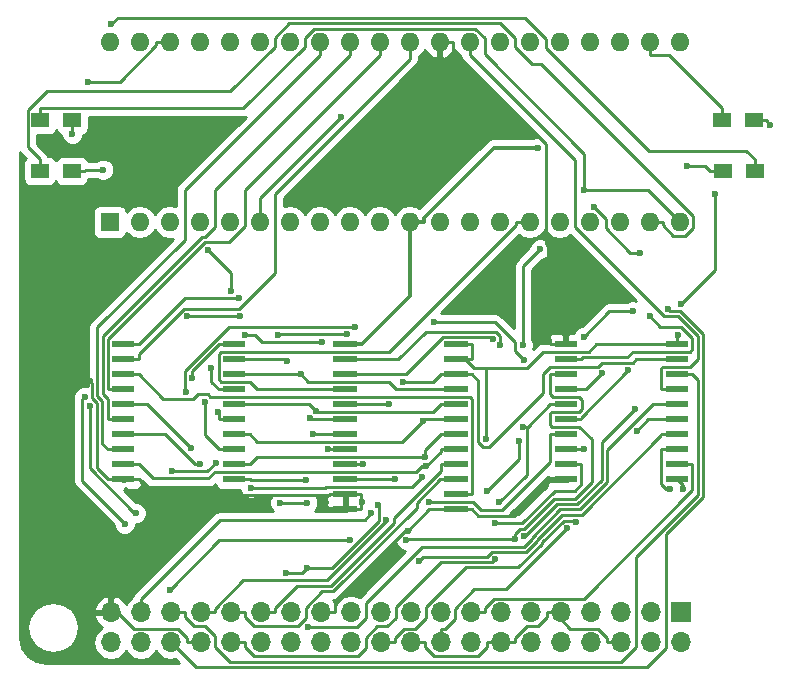
<source format=gbr>
G04 #@! TF.FileFunction,Copper,L1,Top,Signal*
%FSLAX46Y46*%
G04 Gerber Fmt 4.6, Leading zero omitted, Abs format (unit mm)*
G04 Created by KiCad (PCBNEW 4.0.7) date 08/27/18 14:38:30*
%MOMM*%
%LPD*%
G01*
G04 APERTURE LIST*
%ADD10C,0.100000*%
%ADD11R,1.700000X1.700000*%
%ADD12O,1.700000X1.700000*%
%ADD13R,1.500000X1.300000*%
%ADD14R,1.600000X1.600000*%
%ADD15O,1.600000X1.600000*%
%ADD16R,2.000000X0.600000*%
%ADD17R,1.950000X0.600000*%
%ADD18C,0.600000*%
%ADD19C,0.350000*%
%ADD20C,0.250000*%
%ADD21C,0.254000*%
G04 APERTURE END LIST*
D10*
D11*
X149454000Y-112878000D03*
D12*
X149454000Y-115418000D03*
X146914000Y-112878000D03*
X146914000Y-115418000D03*
X144374000Y-112878000D03*
X144374000Y-115418000D03*
X141834000Y-112878000D03*
X141834000Y-115418000D03*
X139294000Y-112878000D03*
X139294000Y-115418000D03*
X136754000Y-112878000D03*
X136754000Y-115418000D03*
X134214000Y-112878000D03*
X134214000Y-115418000D03*
X131674000Y-112878000D03*
X131674000Y-115418000D03*
X129134000Y-112878000D03*
X129134000Y-115418000D03*
X126594000Y-112878000D03*
X126594000Y-115418000D03*
X124054000Y-112878000D03*
X124054000Y-115418000D03*
X121514000Y-112878000D03*
X121514000Y-115418000D03*
X118974000Y-112878000D03*
X118974000Y-115418000D03*
X116434000Y-112878000D03*
X116434000Y-115418000D03*
X113894000Y-112878000D03*
X113894000Y-115418000D03*
X111354000Y-112878000D03*
X111354000Y-115418000D03*
X108814000Y-112878000D03*
X108814000Y-115418000D03*
X106274000Y-112878000D03*
X106274000Y-115418000D03*
X103734000Y-112878000D03*
X103734000Y-115418000D03*
X101194000Y-112878000D03*
X101194000Y-115418000D03*
D13*
X95170000Y-75488800D03*
X97870000Y-75488800D03*
X95220800Y-71170800D03*
X97920800Y-71170800D03*
X152980000Y-75488800D03*
X155680000Y-75488800D03*
X152955000Y-71170800D03*
X155655000Y-71170800D03*
D14*
X101079000Y-79832200D03*
D15*
X149339000Y-64592200D03*
X103619000Y-79832200D03*
X146799000Y-64592200D03*
X106159000Y-79832200D03*
X144259000Y-64592200D03*
X108699000Y-79832200D03*
X141719000Y-64592200D03*
X111239000Y-79832200D03*
X139179000Y-64592200D03*
X113779000Y-79832200D03*
X136639000Y-64592200D03*
X116319000Y-79832200D03*
X134099000Y-64592200D03*
X118859000Y-79832200D03*
X131559000Y-64592200D03*
X121399000Y-79832200D03*
X129019000Y-64592200D03*
X123939000Y-79832200D03*
X126479000Y-64592200D03*
X126479000Y-79832200D03*
X123939000Y-64592200D03*
X129019000Y-79832200D03*
X121399000Y-64592200D03*
X131559000Y-79832200D03*
X118859000Y-64592200D03*
X134099000Y-79832200D03*
X116319000Y-64592200D03*
X136639000Y-79832200D03*
X113779000Y-64592200D03*
X139179000Y-79832200D03*
X111239000Y-64592200D03*
X141719000Y-79832200D03*
X108699000Y-64592200D03*
X144259000Y-79832200D03*
X106159000Y-64592200D03*
X146799000Y-79832200D03*
X103619000Y-64592200D03*
X149339000Y-79832200D03*
X101079000Y-64592200D03*
D16*
X121030000Y-90170000D03*
X121030000Y-91440000D03*
X121030000Y-92710000D03*
X121030000Y-93980000D03*
X121030000Y-95250000D03*
X121030000Y-96520000D03*
X121030000Y-97790000D03*
X121030000Y-99060000D03*
X121030000Y-100330000D03*
X121030000Y-101600000D03*
X121030000Y-102870000D03*
X121030000Y-104140000D03*
X130430000Y-104140000D03*
X130430000Y-102870000D03*
X130430000Y-101600000D03*
X130430000Y-100330000D03*
X130430000Y-99060000D03*
X130430000Y-97790000D03*
X130430000Y-96520000D03*
X130430000Y-95250000D03*
X130430000Y-93980000D03*
X130430000Y-92710000D03*
X130430000Y-91440000D03*
X130430000Y-90170000D03*
D17*
X139700000Y-90170000D03*
X139700000Y-91440000D03*
X139700000Y-92710000D03*
X139700000Y-93980000D03*
X139700000Y-95250000D03*
X139700000Y-96520000D03*
X139700000Y-97790000D03*
X139700000Y-99060000D03*
X139700000Y-100330000D03*
X139700000Y-101600000D03*
X149100000Y-101600000D03*
X149100000Y-100330000D03*
X149100000Y-99060000D03*
X149100000Y-97790000D03*
X149100000Y-96520000D03*
X149100000Y-95250000D03*
X149100000Y-93980000D03*
X149100000Y-92710000D03*
X149100000Y-91440000D03*
X149100000Y-90170000D03*
X102234000Y-90170000D03*
X102234000Y-91440000D03*
X102234000Y-92710000D03*
X102234000Y-93980000D03*
X102234000Y-95250000D03*
X102234000Y-96520000D03*
X102234000Y-97790000D03*
X102234000Y-99060000D03*
X102234000Y-100330000D03*
X102234000Y-101600000D03*
X111634000Y-101600000D03*
X111634000Y-100330000D03*
X111634000Y-99060000D03*
X111634000Y-97790000D03*
X111634000Y-96520000D03*
X111634000Y-95250000D03*
X111634000Y-93980000D03*
X111634000Y-92710000D03*
X111634000Y-91440000D03*
X111634000Y-90170000D03*
D18*
X137384800Y-73525300D03*
X99387400Y-93314500D03*
X137937500Y-89347000D03*
X126351500Y-105945400D03*
X136785500Y-103244400D03*
X122410000Y-103505000D03*
X112122500Y-87801300D03*
X107644100Y-87801300D03*
X141245900Y-99060000D03*
X141245900Y-89533800D03*
X145384300Y-87388300D03*
X111348200Y-85644300D03*
X109392200Y-82163200D03*
X146016100Y-82412500D03*
X142079700Y-78515400D03*
X136164600Y-91542600D03*
X128539800Y-88293900D03*
X120647300Y-70961800D03*
X136068500Y-90227900D03*
X137534400Y-82096500D03*
X118293000Y-97729100D03*
X145717900Y-97494500D03*
X118026900Y-96445100D03*
X119526000Y-99060000D03*
X122551800Y-100330000D03*
X124769700Y-95250000D03*
X125228400Y-101600000D03*
X133535500Y-89747200D03*
X117734200Y-101682700D03*
X109123200Y-95028400D03*
X110253900Y-95909500D03*
X109693900Y-92214300D03*
X145005500Y-92388800D03*
X99234500Y-67939700D03*
X146799000Y-87819500D03*
X142771800Y-92637600D03*
X141262800Y-77131000D03*
X149619700Y-102402300D03*
X149966500Y-75096400D03*
X148513000Y-102453900D03*
X100534100Y-75387800D03*
X97920800Y-72326900D03*
X101217300Y-63079600D03*
X156950700Y-71582700D03*
X149240400Y-89368800D03*
X149481300Y-86720500D03*
X152355200Y-77450600D03*
X113037100Y-102322500D03*
X127487200Y-101405100D03*
X108071700Y-92997800D03*
X132926200Y-98221000D03*
X127579400Y-96658700D03*
X127740800Y-99685500D03*
X127849700Y-100507300D03*
X136079000Y-97147600D03*
X134028500Y-103555700D03*
X135373800Y-106637500D03*
X126201300Y-106747100D03*
X121883300Y-88677500D03*
X107560600Y-94171500D03*
X136174200Y-106414900D03*
X145530900Y-95613800D03*
X116095900Y-91546300D03*
X117806800Y-109115000D03*
X123774200Y-103766900D03*
X115995600Y-109530300D03*
X112019200Y-86269600D03*
X135746500Y-98388300D03*
X133024200Y-102611500D03*
X139822800Y-105766000D03*
X115373300Y-89367300D03*
X121176000Y-89305000D03*
X112544700Y-89353600D03*
X119017900Y-90014600D03*
X140547400Y-105212600D03*
X115513400Y-103581400D03*
X117816900Y-103581400D03*
X110074900Y-100191900D03*
X106365800Y-100887500D03*
X117274500Y-92729600D03*
X118544400Y-95830600D03*
X108761100Y-100305800D03*
X107988000Y-98993300D03*
X133684000Y-105339200D03*
X133684000Y-108388600D03*
X102349200Y-105350400D03*
X98953700Y-94628900D03*
X103306600Y-104475900D03*
X99386300Y-95420400D03*
X128079000Y-103495400D03*
X124507900Y-105053800D03*
X148350900Y-87164400D03*
X123248400Y-104469300D03*
X117911700Y-114097600D03*
X127293500Y-108498700D03*
X121403600Y-106753200D03*
X106151500Y-110948900D03*
X125888300Y-93351600D03*
X134160900Y-90258400D03*
D19*
X126479000Y-79832200D02*
X127654300Y-79832200D01*
X121030000Y-90170000D02*
X122405300Y-90170000D01*
X126479000Y-79832200D02*
X126479000Y-81007500D01*
X127654300Y-79464900D02*
X127654300Y-79832200D01*
X133593900Y-73525300D02*
X127654300Y-79464900D01*
X137384800Y-73525300D02*
X133593900Y-73525300D01*
X126479000Y-86096300D02*
X126479000Y-81007500D01*
X122405300Y-90170000D02*
X126479000Y-86096300D01*
D20*
X102234000Y-101600000D02*
X100933700Y-101600000D01*
X121030000Y-104140000D02*
X122355300Y-104140000D01*
X121030000Y-102870000D02*
X122355300Y-102870000D01*
X139700000Y-90170000D02*
X138399700Y-90170000D01*
X129019000Y-64592200D02*
X130144300Y-64592200D01*
X121030000Y-102870000D02*
X119704700Y-102870000D01*
X137937500Y-89347000D02*
X138010200Y-89347000D01*
X138399700Y-89736500D02*
X138399700Y-90170000D01*
X138010200Y-89347000D02*
X138399700Y-89736500D01*
X102234000Y-101600000D02*
X103534300Y-101600000D01*
X119626900Y-102947800D02*
X104882100Y-102947800D01*
X119704700Y-102870000D02*
X119626900Y-102947800D01*
X104882100Y-102947800D02*
X103534300Y-101600000D01*
X101194000Y-112878000D02*
X101194000Y-112290300D01*
X101194000Y-112290300D02*
X101194000Y-111702700D01*
X107638700Y-115050600D02*
X107638700Y-115418000D01*
X106830800Y-114242700D02*
X107638700Y-115050600D01*
X103146400Y-114242700D02*
X106830800Y-114242700D01*
X101194000Y-112290300D02*
X103146400Y-114242700D01*
X108814000Y-115418000D02*
X107638700Y-115418000D01*
X138118700Y-113245400D02*
X138118700Y-112878000D01*
X137310800Y-114053300D02*
X138118700Y-113245400D01*
X136386600Y-114053300D02*
X137310800Y-114053300D01*
X135389300Y-115050600D02*
X136386600Y-114053300D01*
X135389300Y-115418000D02*
X135389300Y-115050600D01*
X134214000Y-115418000D02*
X135389300Y-115418000D01*
X139294000Y-112878000D02*
X138706400Y-112878000D01*
X138706400Y-112878000D02*
X138118700Y-112878000D01*
X143198700Y-115050600D02*
X143198700Y-115418000D01*
X142390800Y-114242700D02*
X143198700Y-115050600D01*
X140071100Y-114242700D02*
X142390800Y-114242700D01*
X138706400Y-112878000D02*
X140071100Y-114242700D01*
X144374000Y-115418000D02*
X143198700Y-115418000D01*
X118974000Y-112878000D02*
X120149300Y-112878000D01*
X126103900Y-105945400D02*
X126351500Y-105945400D01*
X120149300Y-111900000D02*
X126103900Y-105945400D01*
X120149300Y-112878000D02*
X120149300Y-111900000D01*
X128156900Y-104140000D02*
X130430000Y-104140000D01*
X126351500Y-105945400D02*
X128156900Y-104140000D01*
X130430000Y-104140000D02*
X131755300Y-104140000D01*
X135341400Y-104688500D02*
X136785500Y-103244400D01*
X132303800Y-104688500D02*
X135341400Y-104688500D01*
X131755300Y-104140000D02*
X132303800Y-104688500D01*
X138399700Y-101630200D02*
X136785500Y-103244400D01*
X138399700Y-101600000D02*
X138399700Y-101630200D01*
X139700000Y-101600000D02*
X138399700Y-101600000D01*
X104882100Y-108014600D02*
X101194000Y-111702700D01*
X104882100Y-102947800D02*
X104882100Y-108014600D01*
X130144300Y-65318800D02*
X130144300Y-64592200D01*
X138010200Y-73184700D02*
X130144300Y-65318800D01*
X138010200Y-81687900D02*
X138010200Y-73184700D01*
X138159700Y-81837400D02*
X138010200Y-81687900D01*
X138159700Y-89197500D02*
X138159700Y-81837400D01*
X138010200Y-89347000D02*
X138159700Y-89197500D01*
X99579000Y-93506100D02*
X99387400Y-93314500D01*
X99579000Y-94728700D02*
X99579000Y-93506100D01*
X100011600Y-95161300D02*
X99579000Y-94728700D01*
X100011600Y-100677900D02*
X100011600Y-95161300D01*
X100933700Y-101600000D02*
X100011600Y-100677900D01*
X122355300Y-102870000D02*
X122355300Y-103505000D01*
X122355300Y-103505000D02*
X122355300Y-104140000D01*
X122355300Y-103505000D02*
X122410000Y-103505000D01*
X133038700Y-115785400D02*
X133038700Y-115418000D01*
X132230800Y-116593300D02*
X133038700Y-115785400D01*
X128577300Y-116593300D02*
X132230800Y-116593300D01*
X127769300Y-115785300D02*
X128577300Y-116593300D01*
X127769300Y-115418000D02*
X127769300Y-115785300D01*
X126594000Y-115418000D02*
X127769300Y-115418000D01*
X134214000Y-115418000D02*
X133038700Y-115418000D01*
X112122500Y-87801300D02*
X107644100Y-87801300D01*
X139700000Y-99060000D02*
X141000300Y-99060000D01*
X143391400Y-87388300D02*
X141245900Y-89533800D01*
X145384300Y-87388300D02*
X143391400Y-87388300D01*
X141000300Y-99060000D02*
X141245900Y-99060000D01*
X111348200Y-84119200D02*
X109392200Y-82163200D01*
X111348200Y-85644300D02*
X111348200Y-84119200D01*
X145177100Y-82412500D02*
X146016100Y-82412500D01*
X143133600Y-80369000D02*
X145177100Y-82412500D01*
X143133600Y-79569300D02*
X143133600Y-80369000D01*
X142079700Y-78515400D02*
X143133600Y-79569300D01*
X133717900Y-88293900D02*
X128539800Y-88293900D01*
X135404300Y-89980300D02*
X133717900Y-88293900D01*
X135404300Y-90782300D02*
X135404300Y-89980300D01*
X136164600Y-91542600D02*
X135404300Y-90782300D01*
X113779000Y-77830100D02*
X113779000Y-79832200D01*
X120647300Y-70961800D02*
X113779000Y-77830100D01*
X136068500Y-83562400D02*
X137534400Y-82096500D01*
X136068500Y-90227900D02*
X136068500Y-83562400D01*
X118353900Y-97790000D02*
X118293000Y-97729100D01*
X121030000Y-97790000D02*
X118353900Y-97790000D01*
X146692400Y-96520000D02*
X145717900Y-97494500D01*
X149100000Y-96520000D02*
X146692400Y-96520000D01*
X118101800Y-96520000D02*
X118026900Y-96445100D01*
X121030000Y-96520000D02*
X118101800Y-96520000D01*
X149100000Y-93980000D02*
X147799700Y-93980000D01*
X131559000Y-64592200D02*
X131559000Y-65717500D01*
X140449000Y-74607500D02*
X131559000Y-65717500D01*
X140449000Y-80216300D02*
X140449000Y-74607500D01*
X148029000Y-87796300D02*
X140449000Y-80216300D01*
X149216800Y-87796300D02*
X148029000Y-87796300D01*
X150857800Y-89437300D02*
X149216800Y-87796300D01*
X150857800Y-91426400D02*
X150857800Y-89437300D01*
X150199600Y-92084600D02*
X150857800Y-91426400D01*
X147926400Y-92084600D02*
X150199600Y-92084600D01*
X147799700Y-92211300D02*
X147926400Y-92084600D01*
X147799700Y-93980000D02*
X147799700Y-92211300D01*
X121030000Y-99060000D02*
X119526000Y-99060000D01*
X121030000Y-100330000D02*
X122355300Y-100330000D01*
X122355300Y-100330000D02*
X122551800Y-100330000D01*
X102234000Y-91440000D02*
X103534300Y-91440000D01*
X126479000Y-64592200D02*
X126479000Y-65717500D01*
X126479000Y-66014500D02*
X126479000Y-65717500D01*
X115049000Y-77444500D02*
X126479000Y-66014500D01*
X115049000Y-84124200D02*
X115049000Y-77444500D01*
X111997300Y-87175900D02*
X115049000Y-84124200D01*
X107351700Y-87175900D02*
X111997300Y-87175900D01*
X103534300Y-90993300D02*
X107351700Y-87175900D01*
X103534300Y-91440000D02*
X103534300Y-90993300D01*
X102234000Y-93980000D02*
X100933700Y-93980000D01*
X123939000Y-64592200D02*
X123939000Y-65717500D01*
X112509000Y-77147500D02*
X123939000Y-65717500D01*
X112509000Y-80154700D02*
X112509000Y-77147500D01*
X111157200Y-81506500D02*
X112509000Y-80154700D01*
X109133200Y-81506500D02*
X111157200Y-81506500D01*
X100933700Y-89706000D02*
X109133200Y-81506500D01*
X100933700Y-93980000D02*
X100933700Y-89706000D01*
X121030000Y-95250000D02*
X124769700Y-95250000D01*
X109969000Y-77147500D02*
X121399000Y-65717500D01*
X109969000Y-80201200D02*
X109969000Y-77147500D01*
X109114100Y-81056100D02*
X109969000Y-80201200D01*
X108877400Y-81056100D02*
X109114100Y-81056100D01*
X100479700Y-89453800D02*
X108877400Y-81056100D01*
X100479700Y-94355600D02*
X100479700Y-89453800D01*
X100933700Y-94809600D02*
X100479700Y-94355600D01*
X100933700Y-96520000D02*
X100933700Y-94809600D01*
X102234000Y-96520000D02*
X100933700Y-96520000D01*
X121399000Y-64592200D02*
X121399000Y-65717500D01*
X121030000Y-101600000D02*
X122355300Y-101600000D01*
X122355300Y-101600000D02*
X125228400Y-101600000D01*
X118859000Y-64592200D02*
X118859000Y-65717500D01*
X102234000Y-99060000D02*
X100933700Y-99060000D01*
X107429000Y-77147500D02*
X118859000Y-65717500D01*
X107429000Y-81304400D02*
X107429000Y-77147500D01*
X100029300Y-88704100D02*
X107429000Y-81304400D01*
X100029300Y-94542100D02*
X100029300Y-88704100D01*
X100461900Y-94974700D02*
X100029300Y-94542100D01*
X100461900Y-98588200D02*
X100461900Y-94974700D01*
X100933700Y-99060000D02*
X100461900Y-98588200D01*
X133332900Y-89544600D02*
X133535500Y-89747200D01*
X129295300Y-89544600D02*
X133332900Y-89544600D01*
X126129900Y-92710000D02*
X129295300Y-89544600D01*
X121030000Y-92710000D02*
X126129900Y-92710000D01*
X113017000Y-101682700D02*
X112934300Y-101600000D01*
X117734200Y-101682700D02*
X113017000Y-101682700D01*
X111634000Y-101600000D02*
X112934300Y-101600000D01*
X136639000Y-79832200D02*
X135513700Y-79832200D01*
X113567400Y-93980000D02*
X121030000Y-93980000D01*
X112942000Y-93354600D02*
X113567400Y-93980000D01*
X110537500Y-93354600D02*
X112942000Y-93354600D01*
X110333600Y-93150700D02*
X110537500Y-93354600D01*
X110333600Y-90960600D02*
X110333600Y-93150700D01*
X110479600Y-90814600D02*
X110333600Y-90960600D01*
X124749000Y-90814600D02*
X110479600Y-90814600D01*
X135513700Y-80049900D02*
X124749000Y-90814600D01*
X135513700Y-79832200D02*
X135513700Y-80049900D01*
X109123200Y-97849500D02*
X109123200Y-95028400D01*
X110333700Y-99060000D02*
X109123200Y-97849500D01*
X111634000Y-99060000D02*
X110333700Y-99060000D01*
X110333700Y-95989300D02*
X110253900Y-95909500D01*
X110333700Y-96520000D02*
X110333700Y-95989300D01*
X111634000Y-96520000D02*
X110333700Y-96520000D01*
X111634000Y-93980000D02*
X110333700Y-93980000D01*
X109693900Y-93340200D02*
X109693900Y-92214300D01*
X110333700Y-93980000D02*
X109693900Y-93340200D01*
X139700000Y-96520000D02*
X141000300Y-96520000D01*
X141000300Y-96394000D02*
X145005500Y-92388800D01*
X141000300Y-96520000D02*
X141000300Y-96394000D01*
X105033700Y-64873500D02*
X105033700Y-64592200D01*
X101967500Y-67939700D02*
X105033700Y-64873500D01*
X99234500Y-67939700D02*
X101967500Y-67939700D01*
X106159000Y-64592200D02*
X105033700Y-64592200D01*
X146799000Y-79832200D02*
X147924300Y-79832200D01*
X95170000Y-75488800D02*
X95170000Y-74513500D01*
X94145400Y-73488900D02*
X95170000Y-74513500D01*
X94145400Y-70320600D02*
X94145400Y-73488900D01*
X95745600Y-68720400D02*
X94145400Y-70320600D01*
X111312200Y-68720400D02*
X95745600Y-68720400D01*
X115049000Y-64983600D02*
X111312200Y-68720400D01*
X115049000Y-64249400D02*
X115049000Y-64983600D01*
X116299800Y-62998600D02*
X115049000Y-64249400D01*
X134144300Y-62998600D02*
X116299800Y-62998600D01*
X135369000Y-64223300D02*
X134144300Y-62998600D01*
X135369000Y-64980000D02*
X135369000Y-64223300D01*
X136838800Y-66449800D02*
X135369000Y-64980000D01*
X137600900Y-66449800D02*
X136838800Y-66449800D01*
X150489100Y-79338000D02*
X137600900Y-66449800D01*
X150489100Y-80302200D02*
X150489100Y-79338000D01*
X149814600Y-80976700D02*
X150489100Y-80302200D01*
X148787500Y-80976700D02*
X149814600Y-80976700D01*
X147924300Y-80113500D02*
X148787500Y-80976700D01*
X147924300Y-79832200D02*
X147924300Y-80113500D01*
X139700000Y-91440000D02*
X141000300Y-91440000D01*
X147681700Y-88702200D02*
X146799000Y-87819500D01*
X149458400Y-88702200D02*
X147681700Y-88702200D01*
X150407400Y-89651200D02*
X149458400Y-88702200D01*
X150407400Y-90609600D02*
X150407400Y-89651200D01*
X150202400Y-90814600D02*
X150407400Y-90609600D01*
X145362700Y-90814600D02*
X150202400Y-90814600D01*
X144906800Y-91270500D02*
X145362700Y-90814600D01*
X141169800Y-91270500D02*
X144906800Y-91270500D01*
X141000300Y-91440000D02*
X141169800Y-91270500D01*
X95220800Y-71170800D02*
X95220800Y-70195500D01*
X146637800Y-77131000D02*
X149339000Y-79832200D01*
X141262800Y-77131000D02*
X146637800Y-77131000D01*
X112377800Y-70195500D02*
X95220800Y-70195500D01*
X117589000Y-64984300D02*
X112377800Y-70195500D01*
X117589000Y-64251100D02*
X117589000Y-64984300D01*
X118391200Y-63448900D02*
X117589000Y-64251100D01*
X132010300Y-63448900D02*
X118391200Y-63448900D01*
X132829000Y-64267600D02*
X132010300Y-63448900D01*
X132829000Y-65632200D02*
X132829000Y-64267600D01*
X141262800Y-74066000D02*
X132829000Y-65632200D01*
X141262800Y-77131000D02*
X141262800Y-74066000D01*
X141429400Y-93980000D02*
X142771800Y-92637600D01*
X139700000Y-93980000D02*
X141429400Y-93980000D01*
X149619700Y-102119700D02*
X149619700Y-102402300D01*
X149100000Y-101600000D02*
X149619700Y-102119700D01*
X151512300Y-75096400D02*
X151904700Y-75488800D01*
X149966500Y-75096400D02*
X151512300Y-75096400D01*
X152980000Y-75488800D02*
X151904700Y-75488800D01*
X148217100Y-102453900D02*
X148513000Y-102453900D01*
X147799700Y-102036500D02*
X148217100Y-102453900D01*
X147799700Y-99060000D02*
X147799700Y-102036500D01*
X149100000Y-99060000D02*
X147799700Y-99060000D01*
X148477000Y-65717500D02*
X152955000Y-70195500D01*
X146799000Y-65717500D02*
X148477000Y-65717500D01*
X146799000Y-64592200D02*
X146799000Y-65717500D01*
X152955000Y-71170800D02*
X152955000Y-70195500D01*
X99046300Y-75387800D02*
X98945300Y-75488800D01*
X100534100Y-75387800D02*
X99046300Y-75387800D01*
X97870000Y-75488800D02*
X98945300Y-75488800D01*
X97920800Y-72326900D02*
X97920800Y-71170800D01*
X155680000Y-75488800D02*
X155680000Y-74513500D01*
X101748600Y-62548300D02*
X101217300Y-63079600D01*
X136256400Y-62548300D02*
X101748600Y-62548300D01*
X138053600Y-64345500D02*
X136256400Y-62548300D01*
X138053600Y-65102600D02*
X138053600Y-64345500D01*
X146783700Y-73832700D02*
X138053600Y-65102600D01*
X154999200Y-73832700D02*
X146783700Y-73832700D01*
X155680000Y-74513500D02*
X154999200Y-73832700D01*
X155655000Y-71170800D02*
X156730300Y-71170800D01*
X156730300Y-71362300D02*
X156730300Y-71170800D01*
X156950700Y-71582700D02*
X156730300Y-71362300D01*
X126647700Y-102244600D02*
X127487200Y-101405100D01*
X119361300Y-102244600D02*
X126647700Y-102244600D01*
X119283400Y-102322500D02*
X119361300Y-102244600D01*
X113037100Y-102322500D02*
X119283400Y-102322500D01*
X111634000Y-90170000D02*
X110333700Y-90170000D01*
X152355200Y-83846600D02*
X149481300Y-86720500D01*
X152355200Y-77450600D02*
X152355200Y-83846600D01*
X149100000Y-89509200D02*
X149240400Y-89368800D01*
X149100000Y-90170000D02*
X149100000Y-89509200D01*
X131755300Y-90170000D02*
X131755300Y-91440000D01*
X130430000Y-90170000D02*
X131755300Y-90170000D01*
X130430000Y-91440000D02*
X131207800Y-91440000D01*
X131207800Y-91440000D02*
X131755300Y-91440000D01*
X131960800Y-92193000D02*
X132926200Y-92193000D01*
X131207800Y-91440000D02*
X131960800Y-92193000D01*
X132926200Y-92193000D02*
X132926200Y-98221000D01*
X142296900Y-90170000D02*
X149100000Y-90170000D01*
X141663800Y-90803100D02*
X142296900Y-90170000D01*
X137788500Y-90803100D02*
X141663800Y-90803100D01*
X136398600Y-92193000D02*
X137788500Y-90803100D01*
X132926200Y-92193000D02*
X136398600Y-92193000D01*
X108071700Y-92432000D02*
X108071700Y-92997800D01*
X110333700Y-90170000D02*
X108071700Y-92432000D01*
X111634000Y-97790000D02*
X112934300Y-97790000D01*
X127718100Y-96520000D02*
X127579400Y-96658700D01*
X130430000Y-96520000D02*
X127718100Y-96520000D01*
X113559600Y-98415300D02*
X112934300Y-97790000D01*
X125822800Y-98415300D02*
X113559600Y-98415300D01*
X127579400Y-96658700D02*
X125822800Y-98415300D01*
X130430000Y-97790000D02*
X129104700Y-97790000D01*
X127740800Y-99153900D02*
X129104700Y-97790000D01*
X127740800Y-99685500D02*
X127740800Y-99153900D01*
X113578800Y-99685500D02*
X127740800Y-99685500D01*
X112934300Y-100330000D02*
X113578800Y-99685500D01*
X111634000Y-100330000D02*
X112934300Y-100330000D01*
X130430000Y-99060000D02*
X129104700Y-99060000D01*
X127484900Y-100507300D02*
X127849700Y-100507300D01*
X127017600Y-100974600D02*
X127484900Y-100507300D01*
X109972000Y-100974600D02*
X127017600Y-100974600D01*
X109430200Y-101516400D02*
X109972000Y-100974600D01*
X104720700Y-101516400D02*
X109430200Y-101516400D01*
X103534300Y-100330000D02*
X104720700Y-101516400D01*
X129104700Y-99252300D02*
X129104700Y-99060000D01*
X127849700Y-100507300D02*
X129104700Y-99252300D01*
X102234000Y-100330000D02*
X103534300Y-100330000D01*
X139700000Y-95250000D02*
X138399700Y-95250000D01*
X136379400Y-97147600D02*
X136079000Y-97147600D01*
X136502100Y-97147600D02*
X136379400Y-97147600D01*
X138399700Y-95250000D02*
X136502100Y-97147600D01*
X136379400Y-101204800D02*
X134028500Y-103555700D01*
X136379400Y-97147600D02*
X136379400Y-101204800D01*
X139700000Y-92710000D02*
X138399700Y-92710000D01*
X138399700Y-94414800D02*
X138399700Y-92710000D01*
X138590300Y-94605400D02*
X138399700Y-94414800D01*
X140797200Y-94605400D02*
X138590300Y-94605400D01*
X141062700Y-94870900D02*
X140797200Y-94605400D01*
X141062700Y-95622400D02*
X141062700Y-94870900D01*
X140798100Y-95887000D02*
X141062700Y-95622400D01*
X138528700Y-95887000D02*
X140798100Y-95887000D01*
X138399600Y-96016100D02*
X138528700Y-95887000D01*
X138399600Y-97004300D02*
X138399600Y-96016100D01*
X138540700Y-97145400D02*
X138399600Y-97004300D01*
X140835700Y-97145400D02*
X138540700Y-97145400D01*
X141918800Y-98228500D02*
X140835700Y-97145400D01*
X141918800Y-101806600D02*
X141918800Y-98228500D01*
X140489100Y-103236300D02*
X141918800Y-101806600D01*
X138739600Y-103236300D02*
X140489100Y-103236300D01*
X136186400Y-105789500D02*
X138739600Y-103236300D01*
X135837600Y-105789500D02*
X136186400Y-105789500D01*
X135373800Y-106253300D02*
X135837600Y-105789500D01*
X135373800Y-106637500D02*
X135373800Y-106253300D01*
X126310900Y-106637500D02*
X126201300Y-106747100D01*
X135373800Y-106637500D02*
X126310900Y-106637500D01*
X107446400Y-94057300D02*
X107560600Y-94171500D01*
X107446400Y-92409800D02*
X107446400Y-94057300D01*
X111178700Y-88677500D02*
X107446400Y-92409800D01*
X121883300Y-88677500D02*
X111178700Y-88677500D01*
X136228000Y-106414900D02*
X136174200Y-106414900D01*
X138956300Y-103686600D02*
X136228000Y-106414900D01*
X140677200Y-103686600D02*
X138956300Y-103686600D01*
X142731500Y-101632300D02*
X140677200Y-103686600D01*
X142731500Y-98413200D02*
X142731500Y-101632300D01*
X145530900Y-95613800D02*
X142731500Y-98413200D01*
X115989600Y-91440000D02*
X116095900Y-91546300D01*
X111634000Y-91440000D02*
X115989600Y-91440000D01*
X117391500Y-109530300D02*
X117806800Y-109115000D01*
X115995600Y-109530300D02*
X117391500Y-109530300D01*
X102234000Y-90170000D02*
X103534300Y-90170000D01*
X123882600Y-103875300D02*
X123774200Y-103766900D01*
X123882600Y-105158600D02*
X123882600Y-103875300D01*
X119926200Y-109115000D02*
X123882600Y-105158600D01*
X117806800Y-109115000D02*
X119926200Y-109115000D01*
X107434700Y-86269600D02*
X112019200Y-86269600D01*
X103534300Y-90170000D02*
X107434700Y-86269600D01*
X132849300Y-112510600D02*
X132849300Y-112878000D01*
X133657200Y-111702700D02*
X132849300Y-112510600D01*
X141206800Y-111702700D02*
X133657200Y-111702700D01*
X150400300Y-102509200D02*
X141206800Y-111702700D01*
X150400300Y-100330000D02*
X150400300Y-102509200D01*
X149100000Y-100330000D02*
X150400300Y-100330000D01*
X131674000Y-112878000D02*
X132849300Y-112878000D01*
X135746500Y-99889200D02*
X133024200Y-102611500D01*
X135746500Y-98388300D02*
X135746500Y-99889200D01*
X129134000Y-115418000D02*
X129134000Y-114242700D01*
X129501400Y-114242700D02*
X129134000Y-114242700D01*
X130309300Y-113434800D02*
X129501400Y-114242700D01*
X130309300Y-112561800D02*
X130309300Y-113434800D01*
X131954100Y-110917000D02*
X130309300Y-112561800D01*
X134671800Y-110917000D02*
X131954100Y-110917000D01*
X139822800Y-105766000D02*
X134671800Y-110917000D01*
X115435600Y-89305000D02*
X115373300Y-89367300D01*
X121176000Y-89305000D02*
X115435600Y-89305000D01*
X113355300Y-89353600D02*
X112544700Y-89353600D01*
X114016300Y-90014600D02*
X113355300Y-89353600D01*
X119017900Y-90014600D02*
X114016300Y-90014600D01*
X124054000Y-115418000D02*
X125229300Y-115418000D01*
X140435700Y-105100900D02*
X140547400Y-105212600D01*
X139544500Y-105100900D02*
X140435700Y-105100900D01*
X137700100Y-106945300D02*
X139544500Y-105100900D01*
X137700100Y-107047200D02*
X137700100Y-106945300D01*
X135683200Y-109064100D02*
X137700100Y-107047200D01*
X131247600Y-109064100D02*
X135683200Y-109064100D01*
X127864000Y-112447700D02*
X131247600Y-109064100D01*
X127864000Y-113333400D02*
X127864000Y-112447700D01*
X126954700Y-114242700D02*
X127864000Y-113333400D01*
X126037200Y-114242700D02*
X126954700Y-114242700D01*
X125229300Y-115050600D02*
X126037200Y-114242700D01*
X125229300Y-115418000D02*
X125229300Y-115050600D01*
X115513400Y-103581400D02*
X117816900Y-103581400D01*
X109334000Y-100932800D02*
X110074900Y-100191900D01*
X106411100Y-100932800D02*
X109334000Y-100932800D01*
X106365800Y-100887500D02*
X106411100Y-100932800D01*
X130430000Y-93980000D02*
X129104700Y-93980000D01*
X111634000Y-92710000D02*
X112934300Y-92710000D01*
X117254900Y-92710000D02*
X117274500Y-92729600D01*
X112934300Y-92710000D02*
X117254900Y-92710000D01*
X117880200Y-93335300D02*
X117274500Y-92729600D01*
X124702700Y-93335300D02*
X117880200Y-93335300D01*
X125347400Y-93980000D02*
X124702700Y-93335300D01*
X129104700Y-93980000D02*
X125347400Y-93980000D01*
X130430000Y-95250000D02*
X129104700Y-95250000D01*
X111634000Y-95250000D02*
X112934300Y-95250000D01*
X117963800Y-95250000D02*
X112934300Y-95250000D01*
X118544400Y-95830600D02*
X117963800Y-95250000D01*
X118589100Y-95875300D02*
X118544400Y-95830600D01*
X128479400Y-95875300D02*
X118589100Y-95875300D01*
X129104700Y-95250000D02*
X128479400Y-95875300D01*
X102234000Y-97790000D02*
X103534300Y-97790000D01*
X108278100Y-100305800D02*
X108761100Y-100305800D01*
X105762300Y-97790000D02*
X108278100Y-100305800D01*
X103534300Y-97790000D02*
X105762300Y-97790000D01*
X115069300Y-112510700D02*
X115069300Y-112878000D01*
X116974000Y-110606000D02*
X115069300Y-112510700D01*
X119841700Y-110606000D02*
X116974000Y-110606000D01*
X125133300Y-105314400D02*
X119841700Y-110606000D01*
X125133300Y-104896400D02*
X125133300Y-105314400D01*
X129104700Y-100925000D02*
X125133300Y-104896400D01*
X129104700Y-100330000D02*
X129104700Y-100925000D01*
X130430000Y-100330000D02*
X129104700Y-100330000D01*
X113894000Y-112878000D02*
X115069300Y-112878000D01*
X104244700Y-95250000D02*
X107988000Y-98993300D01*
X102234000Y-95250000D02*
X104244700Y-95250000D01*
X130430000Y-101600000D02*
X129104700Y-101600000D01*
X111354000Y-112878000D02*
X112529300Y-112878000D01*
X129090100Y-101600000D02*
X129104700Y-101600000D01*
X127092200Y-103597900D02*
X129090100Y-101600000D01*
X127092200Y-103998400D02*
X127092200Y-103597900D01*
X119999300Y-111091300D02*
X127092200Y-103998400D01*
X119096500Y-111091300D02*
X119999300Y-111091300D01*
X117704000Y-112483800D02*
X119096500Y-111091300D01*
X117704000Y-113345600D02*
X117704000Y-112483800D01*
X116996300Y-114053300D02*
X117704000Y-113345600D01*
X113337200Y-114053300D02*
X116996300Y-114053300D01*
X112529300Y-113245400D02*
X113337200Y-114053300D01*
X112529300Y-112878000D02*
X112529300Y-113245400D01*
X112529300Y-115785400D02*
X112529300Y-115418000D01*
X113337200Y-116593300D02*
X112529300Y-115785400D01*
X122097400Y-116593300D02*
X113337200Y-116593300D01*
X122784000Y-115906700D02*
X122097400Y-116593300D01*
X122784000Y-115023700D02*
X122784000Y-115906700D01*
X123754400Y-114053300D02*
X122784000Y-115023700D01*
X124588400Y-114053300D02*
X123754400Y-114053300D01*
X125290600Y-113351100D02*
X124588400Y-114053300D01*
X125290600Y-112447900D02*
X125290600Y-113351100D01*
X129124700Y-108613800D02*
X125290600Y-112447900D01*
X133458800Y-108613800D02*
X129124700Y-108613800D01*
X133684000Y-108388600D02*
X133458800Y-108613800D01*
X111354000Y-115418000D02*
X112529300Y-115418000D01*
X135999800Y-105339200D02*
X133684000Y-105339200D01*
X138778100Y-102560900D02*
X135999800Y-105339200D01*
X140474200Y-102560900D02*
X138778100Y-102560900D01*
X141000300Y-102034800D02*
X140474200Y-102560900D01*
X141000300Y-100330000D02*
X141000300Y-102034800D01*
X139700000Y-100330000D02*
X141000300Y-100330000D01*
X98751900Y-94830700D02*
X98953700Y-94628900D01*
X98751900Y-101753100D02*
X98751900Y-94830700D01*
X102349200Y-105350400D02*
X98751900Y-101753100D01*
X99386300Y-100689500D02*
X99386300Y-95420400D01*
X103172700Y-104475900D02*
X99386300Y-100689500D01*
X103306600Y-104475900D02*
X103172700Y-104475900D01*
X108814000Y-112878000D02*
X109989300Y-112878000D01*
X139700000Y-97790000D02*
X138399700Y-97790000D01*
X131805400Y-103495400D02*
X128079000Y-103495400D01*
X132491100Y-104181100D02*
X131805400Y-103495400D01*
X134333900Y-104181100D02*
X132491100Y-104181100D01*
X138399700Y-100115300D02*
X134333900Y-104181100D01*
X138399700Y-97790000D02*
X138399700Y-100115300D01*
X124507900Y-105170200D02*
X124507900Y-105053800D01*
X119522500Y-110155600D02*
X124507900Y-105170200D01*
X112396000Y-110155600D02*
X119522500Y-110155600D01*
X109989300Y-112562300D02*
X112396000Y-110155600D01*
X109989300Y-112878000D02*
X109989300Y-112562300D01*
X149100000Y-92710000D02*
X150400300Y-92710000D01*
X106274000Y-112878000D02*
X107449300Y-112878000D01*
X150878000Y-93187700D02*
X150400300Y-92710000D01*
X150878000Y-102930200D02*
X150878000Y-93187700D01*
X145644000Y-108164200D02*
X150878000Y-102930200D01*
X145644000Y-115829600D02*
X145644000Y-108164200D01*
X144411000Y-117062600D02*
X145644000Y-115829600D01*
X111259800Y-117062600D02*
X144411000Y-117062600D01*
X109989400Y-115792200D02*
X111259800Y-117062600D01*
X109989400Y-114892400D02*
X109989400Y-115792200D01*
X109150300Y-114053300D02*
X109989400Y-114892400D01*
X108257200Y-114053300D02*
X109150300Y-114053300D01*
X107449300Y-113245400D02*
X108257200Y-114053300D01*
X107449300Y-112878000D02*
X107449300Y-113245400D01*
X148532400Y-87345900D02*
X148350900Y-87164400D01*
X149407200Y-87345900D02*
X148532400Y-87345900D01*
X151334000Y-89272700D02*
X149407200Y-87345900D01*
X151334000Y-103111200D02*
X151334000Y-89272700D01*
X148184000Y-106261200D02*
X151334000Y-103111200D01*
X148184000Y-115866500D02*
X148184000Y-106261200D01*
X146536000Y-117514500D02*
X148184000Y-115866500D01*
X108370500Y-117514500D02*
X146536000Y-117514500D01*
X106274000Y-115418000D02*
X108370500Y-117514500D01*
X110399000Y-105037700D02*
X103734000Y-111702700D01*
X122680000Y-105037700D02*
X110399000Y-105037700D01*
X123248400Y-104469300D02*
X122680000Y-105037700D01*
X103734000Y-112878000D02*
X103734000Y-111702700D01*
X121997900Y-114097600D02*
X117911700Y-114097600D01*
X122784000Y-113311500D02*
X121997900Y-114097600D01*
X122784000Y-112074100D02*
X122784000Y-113311500D01*
X127545100Y-107313000D02*
X122784000Y-112074100D01*
X136160500Y-107313000D02*
X127545100Y-107313000D01*
X136799500Y-106674000D02*
X136160500Y-107313000D01*
X136799500Y-106572100D02*
X136799500Y-106674000D01*
X139234700Y-104136900D02*
X136799500Y-106572100D01*
X140875200Y-104136900D02*
X139234700Y-104136900D01*
X143181900Y-101830200D02*
X140875200Y-104136900D01*
X143181900Y-99146200D02*
X143181900Y-101830200D01*
X147078100Y-95250000D02*
X143181900Y-99146200D01*
X149100000Y-95250000D02*
X147078100Y-95250000D01*
X110347200Y-106753200D02*
X106151500Y-110948900D01*
X121403600Y-106753200D02*
X110347200Y-106753200D01*
X149100000Y-97790000D02*
X147799700Y-97790000D01*
X127628800Y-108163400D02*
X127293500Y-108498700D01*
X133025000Y-108163400D02*
X127628800Y-108163400D01*
X133025000Y-108163300D02*
X133025000Y-108163400D01*
X133425000Y-107763300D02*
X133025000Y-108163300D01*
X136347100Y-107763300D02*
X133425000Y-107763300D01*
X137249800Y-106860600D02*
X136347100Y-107763300D01*
X137249800Y-106758700D02*
X137249800Y-106860600D01*
X139421300Y-104587200D02*
X137249800Y-106758700D01*
X141075900Y-104587200D02*
X139421300Y-104587200D01*
X147799700Y-97863400D02*
X141075900Y-104587200D01*
X147799700Y-97790000D02*
X147799700Y-97863400D01*
X130430000Y-102870000D02*
X131755300Y-102870000D01*
X102234000Y-92710000D02*
X103534300Y-92710000D01*
X105630000Y-94805700D02*
X103534300Y-92710000D01*
X108140300Y-94805700D02*
X105630000Y-94805700D01*
X108542900Y-94403100D02*
X108140300Y-94805700D01*
X109382300Y-94403100D02*
X108542900Y-94403100D01*
X109584500Y-94605300D02*
X109382300Y-94403100D01*
X131548900Y-94605300D02*
X109584500Y-94605300D01*
X131755300Y-94811700D02*
X131548900Y-94605300D01*
X131755300Y-102870000D02*
X131755300Y-94811700D01*
X130980100Y-92710000D02*
X131755300Y-92710000D01*
X132300900Y-93255600D02*
X131755300Y-92710000D01*
X132300900Y-98480000D02*
X132300900Y-93255600D01*
X132667200Y-98846300D02*
X132300900Y-98480000D01*
X133185300Y-98846300D02*
X132667200Y-98846300D01*
X137750800Y-94280800D02*
X133185300Y-98846300D01*
X137750800Y-92716900D02*
X137750800Y-94280800D01*
X138383000Y-92084700D02*
X137750800Y-92716900D01*
X142440400Y-92084700D02*
X138383000Y-92084700D01*
X142804200Y-91720900D02*
X142440400Y-92084700D01*
X145401400Y-91720900D02*
X142804200Y-91720900D01*
X145682300Y-91440000D02*
X145401400Y-91720900D01*
X149100000Y-91440000D02*
X145682300Y-91440000D01*
X130980100Y-92710000D02*
X130430000Y-92710000D01*
X128463100Y-93351600D02*
X125888300Y-93351600D01*
X129104700Y-92710000D02*
X128463100Y-93351600D01*
X130430000Y-92710000D02*
X129104700Y-92710000D01*
X134160900Y-89456100D02*
X134160900Y-90258400D01*
X133799000Y-89094200D02*
X134160900Y-89456100D01*
X127882300Y-89094200D02*
X133799000Y-89094200D01*
X125536500Y-91440000D02*
X127882300Y-89094200D01*
X121030000Y-91440000D02*
X125536500Y-91440000D01*
D21*
G36*
X106891599Y-76610099D02*
X106726852Y-76856661D01*
X106669000Y-77147500D01*
X106669000Y-78470532D01*
X106159000Y-78369087D01*
X105609849Y-78478320D01*
X105144302Y-78789389D01*
X104889000Y-79171475D01*
X104633698Y-78789389D01*
X104168151Y-78478320D01*
X103619000Y-78369087D01*
X103069849Y-78478320D01*
X102604302Y-78789389D01*
X102507899Y-78933665D01*
X102482162Y-78796883D01*
X102343090Y-78580759D01*
X102130890Y-78435769D01*
X101879000Y-78384760D01*
X100279000Y-78384760D01*
X100043683Y-78429038D01*
X99827559Y-78568110D01*
X99682569Y-78780310D01*
X99631560Y-79032200D01*
X99631560Y-80632200D01*
X99675838Y-80867517D01*
X99814910Y-81083641D01*
X100027110Y-81228631D01*
X100279000Y-81279640D01*
X101879000Y-81279640D01*
X102114317Y-81235362D01*
X102330441Y-81096290D01*
X102475431Y-80884090D01*
X102506815Y-80729111D01*
X102604302Y-80875011D01*
X103069849Y-81186080D01*
X103619000Y-81295313D01*
X104168151Y-81186080D01*
X104633698Y-80875011D01*
X104889000Y-80492925D01*
X105144302Y-80875011D01*
X105609849Y-81186080D01*
X106159000Y-81295313D01*
X106414010Y-81244588D01*
X99491899Y-88166699D01*
X99327152Y-88413261D01*
X99269300Y-88704100D01*
X99269300Y-93747545D01*
X99140499Y-93694062D01*
X98768533Y-93693738D01*
X98424757Y-93835783D01*
X98161508Y-94098573D01*
X98018862Y-94442101D01*
X98018641Y-94696267D01*
X97991900Y-94830700D01*
X97991900Y-101753100D01*
X98049752Y-102043939D01*
X98214499Y-102290501D01*
X101414078Y-105490080D01*
X101414038Y-105535567D01*
X101556083Y-105879343D01*
X101818873Y-106142592D01*
X102162401Y-106285238D01*
X102534367Y-106285562D01*
X102878143Y-106143517D01*
X103141392Y-105880727D01*
X103284038Y-105537199D01*
X103284148Y-105410881D01*
X103491767Y-105411062D01*
X103835543Y-105269017D01*
X104098792Y-105006227D01*
X104241438Y-104662699D01*
X104241762Y-104290733D01*
X104099717Y-103946957D01*
X103836927Y-103683708D01*
X103493399Y-103541062D01*
X103312506Y-103540904D01*
X102306602Y-102535000D01*
X102361002Y-102535000D01*
X102361002Y-102376252D01*
X102519750Y-102535000D01*
X103335309Y-102535000D01*
X103568698Y-102438327D01*
X103747327Y-102259699D01*
X103844000Y-102026310D01*
X103844000Y-101885750D01*
X103685252Y-101727002D01*
X103844000Y-101727002D01*
X103844000Y-101714502D01*
X104183299Y-102053801D01*
X104429861Y-102218548D01*
X104720700Y-102276400D01*
X109430200Y-102276400D01*
X109721039Y-102218548D01*
X109967601Y-102053801D01*
X110028955Y-101992447D01*
X110055838Y-102135317D01*
X110194910Y-102351441D01*
X110407110Y-102496431D01*
X110659000Y-102547440D01*
X112118372Y-102547440D01*
X112243983Y-102851443D01*
X112506773Y-103114692D01*
X112850301Y-103257338D01*
X113222267Y-103257662D01*
X113566043Y-103115617D01*
X113599218Y-103082500D01*
X114708158Y-103082500D01*
X114578562Y-103394601D01*
X114578238Y-103766567D01*
X114720283Y-104110343D01*
X114887348Y-104277700D01*
X110399000Y-104277700D01*
X110108160Y-104335552D01*
X109861599Y-104500299D01*
X103196599Y-111165299D01*
X103031852Y-111411861D01*
X102996402Y-111590077D01*
X102683946Y-111798853D01*
X102456298Y-112139553D01*
X102389183Y-111996642D01*
X101960924Y-111606355D01*
X101550890Y-111436524D01*
X101321000Y-111557845D01*
X101321000Y-112751000D01*
X101341000Y-112751000D01*
X101341000Y-113005000D01*
X101321000Y-113005000D01*
X101321000Y-113025000D01*
X101067000Y-113025000D01*
X101067000Y-113005000D01*
X99873181Y-113005000D01*
X99752514Y-113234892D01*
X99998817Y-113759358D01*
X100427076Y-114149645D01*
X100427101Y-114149655D01*
X100143946Y-114338853D01*
X99822039Y-114820622D01*
X99709000Y-115388907D01*
X99709000Y-115447093D01*
X99822039Y-116015378D01*
X100143946Y-116497147D01*
X100625715Y-116819054D01*
X101194000Y-116932093D01*
X101762285Y-116819054D01*
X102244054Y-116497147D01*
X102464000Y-116167974D01*
X102683946Y-116497147D01*
X103165715Y-116819054D01*
X103734000Y-116932093D01*
X104302285Y-116819054D01*
X104784054Y-116497147D01*
X105004000Y-116167974D01*
X105223946Y-116497147D01*
X105705715Y-116819054D01*
X106274000Y-116932093D01*
X106640408Y-116859210D01*
X106977998Y-117196800D01*
X95679686Y-117196800D01*
X94812964Y-117024398D01*
X94141380Y-116575660D01*
X93692641Y-115904075D01*
X93521600Y-115044191D01*
X93521600Y-114147913D01*
X94118047Y-114147913D01*
X94285030Y-114987395D01*
X94760559Y-115699074D01*
X95472238Y-116174603D01*
X96311720Y-116341586D01*
X97151202Y-116174603D01*
X97862881Y-115699074D01*
X98338410Y-114987395D01*
X98505393Y-114147913D01*
X98338410Y-113308431D01*
X97862881Y-112596752D01*
X97749672Y-112521108D01*
X99752514Y-112521108D01*
X99873181Y-112751000D01*
X101067000Y-112751000D01*
X101067000Y-111557845D01*
X100837110Y-111436524D01*
X100427076Y-111606355D01*
X99998817Y-111996642D01*
X99752514Y-112521108D01*
X97749672Y-112521108D01*
X97151202Y-112121223D01*
X96311720Y-111954240D01*
X95472238Y-112121223D01*
X94760559Y-112596752D01*
X94285030Y-113308431D01*
X94118047Y-114147913D01*
X93521600Y-114147913D01*
X93521600Y-73896995D01*
X93607999Y-74026301D01*
X93963627Y-74381929D01*
X93823569Y-74586910D01*
X93772560Y-74838800D01*
X93772560Y-76138800D01*
X93816838Y-76374117D01*
X93955910Y-76590241D01*
X94168110Y-76735231D01*
X94420000Y-76786240D01*
X95920000Y-76786240D01*
X96155317Y-76741962D01*
X96371441Y-76602890D01*
X96516431Y-76390690D01*
X96519081Y-76377603D01*
X96655910Y-76590241D01*
X96868110Y-76735231D01*
X97120000Y-76786240D01*
X98620000Y-76786240D01*
X98855317Y-76741962D01*
X99071441Y-76602890D01*
X99216431Y-76390690D01*
X99260125Y-76174921D01*
X99300715Y-76147800D01*
X99971637Y-76147800D01*
X100003773Y-76179992D01*
X100347301Y-76322638D01*
X100719267Y-76322962D01*
X101063043Y-76180917D01*
X101326292Y-75918127D01*
X101468938Y-75574599D01*
X101469262Y-75202633D01*
X101327217Y-74858857D01*
X101064427Y-74595608D01*
X100720899Y-74452962D01*
X100348933Y-74452638D01*
X100005157Y-74594683D01*
X99971982Y-74627800D01*
X99227738Y-74627800D01*
X99223162Y-74603483D01*
X99084090Y-74387359D01*
X98871890Y-74242369D01*
X98620000Y-74191360D01*
X97120000Y-74191360D01*
X96884683Y-74235638D01*
X96668559Y-74374710D01*
X96523569Y-74586910D01*
X96520919Y-74599997D01*
X96384090Y-74387359D01*
X96171890Y-74242369D01*
X95920000Y-74191360D01*
X95851234Y-74191360D01*
X95707401Y-73976099D01*
X94905400Y-73174098D01*
X94905400Y-72468240D01*
X95970800Y-72468240D01*
X96206117Y-72423962D01*
X96422241Y-72284890D01*
X96567231Y-72072690D01*
X96569881Y-72059603D01*
X96706710Y-72272241D01*
X96918910Y-72417231D01*
X96985709Y-72430758D01*
X96985638Y-72512067D01*
X97127683Y-72855843D01*
X97390473Y-73119092D01*
X97734001Y-73261738D01*
X98105967Y-73262062D01*
X98449743Y-73120017D01*
X98712992Y-72857227D01*
X98855638Y-72513699D01*
X98855708Y-72433447D01*
X98906117Y-72423962D01*
X99122241Y-72284890D01*
X99267231Y-72072690D01*
X99318240Y-71820800D01*
X99318240Y-70955500D01*
X112377800Y-70955500D01*
X112588012Y-70913686D01*
X106891599Y-76610099D01*
X106891599Y-76610099D01*
G37*
X106891599Y-76610099D02*
X106726852Y-76856661D01*
X106669000Y-77147500D01*
X106669000Y-78470532D01*
X106159000Y-78369087D01*
X105609849Y-78478320D01*
X105144302Y-78789389D01*
X104889000Y-79171475D01*
X104633698Y-78789389D01*
X104168151Y-78478320D01*
X103619000Y-78369087D01*
X103069849Y-78478320D01*
X102604302Y-78789389D01*
X102507899Y-78933665D01*
X102482162Y-78796883D01*
X102343090Y-78580759D01*
X102130890Y-78435769D01*
X101879000Y-78384760D01*
X100279000Y-78384760D01*
X100043683Y-78429038D01*
X99827559Y-78568110D01*
X99682569Y-78780310D01*
X99631560Y-79032200D01*
X99631560Y-80632200D01*
X99675838Y-80867517D01*
X99814910Y-81083641D01*
X100027110Y-81228631D01*
X100279000Y-81279640D01*
X101879000Y-81279640D01*
X102114317Y-81235362D01*
X102330441Y-81096290D01*
X102475431Y-80884090D01*
X102506815Y-80729111D01*
X102604302Y-80875011D01*
X103069849Y-81186080D01*
X103619000Y-81295313D01*
X104168151Y-81186080D01*
X104633698Y-80875011D01*
X104889000Y-80492925D01*
X105144302Y-80875011D01*
X105609849Y-81186080D01*
X106159000Y-81295313D01*
X106414010Y-81244588D01*
X99491899Y-88166699D01*
X99327152Y-88413261D01*
X99269300Y-88704100D01*
X99269300Y-93747545D01*
X99140499Y-93694062D01*
X98768533Y-93693738D01*
X98424757Y-93835783D01*
X98161508Y-94098573D01*
X98018862Y-94442101D01*
X98018641Y-94696267D01*
X97991900Y-94830700D01*
X97991900Y-101753100D01*
X98049752Y-102043939D01*
X98214499Y-102290501D01*
X101414078Y-105490080D01*
X101414038Y-105535567D01*
X101556083Y-105879343D01*
X101818873Y-106142592D01*
X102162401Y-106285238D01*
X102534367Y-106285562D01*
X102878143Y-106143517D01*
X103141392Y-105880727D01*
X103284038Y-105537199D01*
X103284148Y-105410881D01*
X103491767Y-105411062D01*
X103835543Y-105269017D01*
X104098792Y-105006227D01*
X104241438Y-104662699D01*
X104241762Y-104290733D01*
X104099717Y-103946957D01*
X103836927Y-103683708D01*
X103493399Y-103541062D01*
X103312506Y-103540904D01*
X102306602Y-102535000D01*
X102361002Y-102535000D01*
X102361002Y-102376252D01*
X102519750Y-102535000D01*
X103335309Y-102535000D01*
X103568698Y-102438327D01*
X103747327Y-102259699D01*
X103844000Y-102026310D01*
X103844000Y-101885750D01*
X103685252Y-101727002D01*
X103844000Y-101727002D01*
X103844000Y-101714502D01*
X104183299Y-102053801D01*
X104429861Y-102218548D01*
X104720700Y-102276400D01*
X109430200Y-102276400D01*
X109721039Y-102218548D01*
X109967601Y-102053801D01*
X110028955Y-101992447D01*
X110055838Y-102135317D01*
X110194910Y-102351441D01*
X110407110Y-102496431D01*
X110659000Y-102547440D01*
X112118372Y-102547440D01*
X112243983Y-102851443D01*
X112506773Y-103114692D01*
X112850301Y-103257338D01*
X113222267Y-103257662D01*
X113566043Y-103115617D01*
X113599218Y-103082500D01*
X114708158Y-103082500D01*
X114578562Y-103394601D01*
X114578238Y-103766567D01*
X114720283Y-104110343D01*
X114887348Y-104277700D01*
X110399000Y-104277700D01*
X110108160Y-104335552D01*
X109861599Y-104500299D01*
X103196599Y-111165299D01*
X103031852Y-111411861D01*
X102996402Y-111590077D01*
X102683946Y-111798853D01*
X102456298Y-112139553D01*
X102389183Y-111996642D01*
X101960924Y-111606355D01*
X101550890Y-111436524D01*
X101321000Y-111557845D01*
X101321000Y-112751000D01*
X101341000Y-112751000D01*
X101341000Y-113005000D01*
X101321000Y-113005000D01*
X101321000Y-113025000D01*
X101067000Y-113025000D01*
X101067000Y-113005000D01*
X99873181Y-113005000D01*
X99752514Y-113234892D01*
X99998817Y-113759358D01*
X100427076Y-114149645D01*
X100427101Y-114149655D01*
X100143946Y-114338853D01*
X99822039Y-114820622D01*
X99709000Y-115388907D01*
X99709000Y-115447093D01*
X99822039Y-116015378D01*
X100143946Y-116497147D01*
X100625715Y-116819054D01*
X101194000Y-116932093D01*
X101762285Y-116819054D01*
X102244054Y-116497147D01*
X102464000Y-116167974D01*
X102683946Y-116497147D01*
X103165715Y-116819054D01*
X103734000Y-116932093D01*
X104302285Y-116819054D01*
X104784054Y-116497147D01*
X105004000Y-116167974D01*
X105223946Y-116497147D01*
X105705715Y-116819054D01*
X106274000Y-116932093D01*
X106640408Y-116859210D01*
X106977998Y-117196800D01*
X95679686Y-117196800D01*
X94812964Y-117024398D01*
X94141380Y-116575660D01*
X93692641Y-115904075D01*
X93521600Y-115044191D01*
X93521600Y-114147913D01*
X94118047Y-114147913D01*
X94285030Y-114987395D01*
X94760559Y-115699074D01*
X95472238Y-116174603D01*
X96311720Y-116341586D01*
X97151202Y-116174603D01*
X97862881Y-115699074D01*
X98338410Y-114987395D01*
X98505393Y-114147913D01*
X98338410Y-113308431D01*
X97862881Y-112596752D01*
X97749672Y-112521108D01*
X99752514Y-112521108D01*
X99873181Y-112751000D01*
X101067000Y-112751000D01*
X101067000Y-111557845D01*
X100837110Y-111436524D01*
X100427076Y-111606355D01*
X99998817Y-111996642D01*
X99752514Y-112521108D01*
X97749672Y-112521108D01*
X97151202Y-112121223D01*
X96311720Y-111954240D01*
X95472238Y-112121223D01*
X94760559Y-112596752D01*
X94285030Y-113308431D01*
X94118047Y-114147913D01*
X93521600Y-114147913D01*
X93521600Y-73896995D01*
X93607999Y-74026301D01*
X93963627Y-74381929D01*
X93823569Y-74586910D01*
X93772560Y-74838800D01*
X93772560Y-76138800D01*
X93816838Y-76374117D01*
X93955910Y-76590241D01*
X94168110Y-76735231D01*
X94420000Y-76786240D01*
X95920000Y-76786240D01*
X96155317Y-76741962D01*
X96371441Y-76602890D01*
X96516431Y-76390690D01*
X96519081Y-76377603D01*
X96655910Y-76590241D01*
X96868110Y-76735231D01*
X97120000Y-76786240D01*
X98620000Y-76786240D01*
X98855317Y-76741962D01*
X99071441Y-76602890D01*
X99216431Y-76390690D01*
X99260125Y-76174921D01*
X99300715Y-76147800D01*
X99971637Y-76147800D01*
X100003773Y-76179992D01*
X100347301Y-76322638D01*
X100719267Y-76322962D01*
X101063043Y-76180917D01*
X101326292Y-75918127D01*
X101468938Y-75574599D01*
X101469262Y-75202633D01*
X101327217Y-74858857D01*
X101064427Y-74595608D01*
X100720899Y-74452962D01*
X100348933Y-74452638D01*
X100005157Y-74594683D01*
X99971982Y-74627800D01*
X99227738Y-74627800D01*
X99223162Y-74603483D01*
X99084090Y-74387359D01*
X98871890Y-74242369D01*
X98620000Y-74191360D01*
X97120000Y-74191360D01*
X96884683Y-74235638D01*
X96668559Y-74374710D01*
X96523569Y-74586910D01*
X96520919Y-74599997D01*
X96384090Y-74387359D01*
X96171890Y-74242369D01*
X95920000Y-74191360D01*
X95851234Y-74191360D01*
X95707401Y-73976099D01*
X94905400Y-73174098D01*
X94905400Y-72468240D01*
X95970800Y-72468240D01*
X96206117Y-72423962D01*
X96422241Y-72284890D01*
X96567231Y-72072690D01*
X96569881Y-72059603D01*
X96706710Y-72272241D01*
X96918910Y-72417231D01*
X96985709Y-72430758D01*
X96985638Y-72512067D01*
X97127683Y-72855843D01*
X97390473Y-73119092D01*
X97734001Y-73261738D01*
X98105967Y-73262062D01*
X98449743Y-73120017D01*
X98712992Y-72857227D01*
X98855638Y-72513699D01*
X98855708Y-72433447D01*
X98906117Y-72423962D01*
X99122241Y-72284890D01*
X99267231Y-72072690D01*
X99318240Y-71820800D01*
X99318240Y-70955500D01*
X112377800Y-70955500D01*
X112588012Y-70913686D01*
X106891599Y-76610099D01*
G36*
X144501000Y-115291000D02*
X144521000Y-115291000D01*
X144521000Y-115545000D01*
X144501000Y-115545000D01*
X144501000Y-115565000D01*
X144247000Y-115565000D01*
X144247000Y-115545000D01*
X144227000Y-115545000D01*
X144227000Y-115291000D01*
X144247000Y-115291000D01*
X144247000Y-115271000D01*
X144501000Y-115271000D01*
X144501000Y-115291000D01*
X144501000Y-115291000D01*
G37*
X144501000Y-115291000D02*
X144521000Y-115291000D01*
X144521000Y-115545000D01*
X144501000Y-115545000D01*
X144501000Y-115565000D01*
X144247000Y-115565000D01*
X144247000Y-115545000D01*
X144227000Y-115545000D01*
X144227000Y-115291000D01*
X144247000Y-115291000D01*
X144247000Y-115271000D01*
X144501000Y-115271000D01*
X144501000Y-115291000D01*
G36*
X134341000Y-115291000D02*
X134361000Y-115291000D01*
X134361000Y-115545000D01*
X134341000Y-115545000D01*
X134341000Y-115565000D01*
X134087000Y-115565000D01*
X134087000Y-115545000D01*
X134067000Y-115545000D01*
X134067000Y-115291000D01*
X134087000Y-115291000D01*
X134087000Y-115271000D01*
X134341000Y-115271000D01*
X134341000Y-115291000D01*
X134341000Y-115291000D01*
G37*
X134341000Y-115291000D02*
X134361000Y-115291000D01*
X134361000Y-115545000D01*
X134341000Y-115545000D01*
X134341000Y-115565000D01*
X134087000Y-115565000D01*
X134087000Y-115545000D01*
X134067000Y-115545000D01*
X134067000Y-115291000D01*
X134087000Y-115291000D01*
X134087000Y-115271000D01*
X134341000Y-115271000D01*
X134341000Y-115291000D01*
G36*
X126721000Y-115291000D02*
X126741000Y-115291000D01*
X126741000Y-115545000D01*
X126721000Y-115545000D01*
X126721000Y-115565000D01*
X126467000Y-115565000D01*
X126467000Y-115545000D01*
X126447000Y-115545000D01*
X126447000Y-115291000D01*
X126467000Y-115291000D01*
X126467000Y-115271000D01*
X126721000Y-115271000D01*
X126721000Y-115291000D01*
X126721000Y-115291000D01*
G37*
X126721000Y-115291000D02*
X126741000Y-115291000D01*
X126741000Y-115545000D01*
X126721000Y-115545000D01*
X126721000Y-115565000D01*
X126467000Y-115565000D01*
X126467000Y-115545000D01*
X126447000Y-115545000D01*
X126447000Y-115291000D01*
X126467000Y-115291000D01*
X126467000Y-115271000D01*
X126721000Y-115271000D01*
X126721000Y-115291000D01*
G36*
X114021000Y-115291000D02*
X114041000Y-115291000D01*
X114041000Y-115545000D01*
X114021000Y-115545000D01*
X114021000Y-115565000D01*
X113767000Y-115565000D01*
X113767000Y-115545000D01*
X113747000Y-115545000D01*
X113747000Y-115291000D01*
X113767000Y-115291000D01*
X113767000Y-115271000D01*
X114021000Y-115271000D01*
X114021000Y-115291000D01*
X114021000Y-115291000D01*
G37*
X114021000Y-115291000D02*
X114041000Y-115291000D01*
X114041000Y-115545000D01*
X114021000Y-115545000D01*
X114021000Y-115565000D01*
X113767000Y-115565000D01*
X113767000Y-115545000D01*
X113747000Y-115545000D01*
X113747000Y-115291000D01*
X113767000Y-115291000D01*
X113767000Y-115271000D01*
X114021000Y-115271000D01*
X114021000Y-115291000D01*
G36*
X108941000Y-115291000D02*
X108961000Y-115291000D01*
X108961000Y-115545000D01*
X108941000Y-115545000D01*
X108941000Y-115565000D01*
X108687000Y-115565000D01*
X108687000Y-115545000D01*
X108667000Y-115545000D01*
X108667000Y-115291000D01*
X108687000Y-115291000D01*
X108687000Y-115271000D01*
X108941000Y-115271000D01*
X108941000Y-115291000D01*
X108941000Y-115291000D01*
G37*
X108941000Y-115291000D02*
X108961000Y-115291000D01*
X108961000Y-115545000D01*
X108941000Y-115545000D01*
X108941000Y-115565000D01*
X108687000Y-115565000D01*
X108687000Y-115545000D01*
X108667000Y-115545000D01*
X108667000Y-115291000D01*
X108687000Y-115291000D01*
X108687000Y-115271000D01*
X108941000Y-115271000D01*
X108941000Y-115291000D01*
G36*
X139421000Y-112751000D02*
X139441000Y-112751000D01*
X139441000Y-113005000D01*
X139421000Y-113005000D01*
X139421000Y-113025000D01*
X139167000Y-113025000D01*
X139167000Y-113005000D01*
X139147000Y-113005000D01*
X139147000Y-112751000D01*
X139167000Y-112751000D01*
X139167000Y-112731000D01*
X139421000Y-112731000D01*
X139421000Y-112751000D01*
X139421000Y-112751000D01*
G37*
X139421000Y-112751000D02*
X139441000Y-112751000D01*
X139441000Y-113005000D01*
X139421000Y-113005000D01*
X139421000Y-113025000D01*
X139167000Y-113025000D01*
X139167000Y-113005000D01*
X139147000Y-113005000D01*
X139147000Y-112751000D01*
X139167000Y-112751000D01*
X139167000Y-112731000D01*
X139421000Y-112731000D01*
X139421000Y-112751000D01*
G36*
X119101000Y-112751000D02*
X119121000Y-112751000D01*
X119121000Y-113005000D01*
X119101000Y-113005000D01*
X119101000Y-113025000D01*
X118847000Y-113025000D01*
X118847000Y-113005000D01*
X118827000Y-113005000D01*
X118827000Y-112751000D01*
X118847000Y-112751000D01*
X118847000Y-112731000D01*
X119101000Y-112731000D01*
X119101000Y-112751000D01*
X119101000Y-112751000D01*
G37*
X119101000Y-112751000D02*
X119121000Y-112751000D01*
X119121000Y-113005000D01*
X119101000Y-113005000D01*
X119101000Y-113025000D01*
X118847000Y-113025000D01*
X118847000Y-113005000D01*
X118827000Y-113005000D01*
X118827000Y-112751000D01*
X118847000Y-112751000D01*
X118847000Y-112731000D01*
X119101000Y-112731000D01*
X119101000Y-112751000D01*
G36*
X125266138Y-106932267D02*
X125408183Y-107276043D01*
X125670973Y-107539292D01*
X126014501Y-107681938D01*
X126101284Y-107682014D01*
X122246599Y-111536699D01*
X122223485Y-111571292D01*
X122082285Y-111476946D01*
X121514000Y-111363907D01*
X120945715Y-111476946D01*
X120463946Y-111798853D01*
X120236298Y-112139553D01*
X120169183Y-111996642D01*
X120007837Y-111849602D01*
X120290139Y-111793448D01*
X120536701Y-111628701D01*
X125266167Y-106899235D01*
X125266138Y-106932267D01*
X125266138Y-106932267D01*
G37*
X125266138Y-106932267D02*
X125408183Y-107276043D01*
X125670973Y-107539292D01*
X126014501Y-107681938D01*
X126101284Y-107682014D01*
X122246599Y-111536699D01*
X122223485Y-111571292D01*
X122082285Y-111476946D01*
X121514000Y-111363907D01*
X120945715Y-111476946D01*
X120463946Y-111798853D01*
X120236298Y-112139553D01*
X120169183Y-111996642D01*
X120007837Y-111849602D01*
X120290139Y-111793448D01*
X120536701Y-111628701D01*
X125266167Y-106899235D01*
X125266138Y-106932267D01*
G36*
X138248750Y-101473000D02*
X139573000Y-101473000D01*
X139573000Y-101453000D01*
X139827000Y-101453000D01*
X139827000Y-101473000D01*
X139847000Y-101473000D01*
X139847000Y-101727000D01*
X139827000Y-101727000D01*
X139827000Y-101747000D01*
X139573000Y-101747000D01*
X139573000Y-101727000D01*
X138248750Y-101727000D01*
X138090000Y-101885750D01*
X138090000Y-102026310D01*
X138133315Y-102130883D01*
X135684998Y-104579200D01*
X135010602Y-104579200D01*
X138182776Y-101407026D01*
X138248750Y-101473000D01*
X138248750Y-101473000D01*
G37*
X138248750Y-101473000D02*
X139573000Y-101473000D01*
X139573000Y-101453000D01*
X139827000Y-101453000D01*
X139827000Y-101473000D01*
X139847000Y-101473000D01*
X139847000Y-101727000D01*
X139827000Y-101727000D01*
X139827000Y-101747000D01*
X139573000Y-101747000D01*
X139573000Y-101727000D01*
X138248750Y-101727000D01*
X138090000Y-101885750D01*
X138090000Y-102026310D01*
X138133315Y-102130883D01*
X135684998Y-104579200D01*
X135010602Y-104579200D01*
X138182776Y-101407026D01*
X138248750Y-101473000D01*
G36*
X121157000Y-104013000D02*
X121177000Y-104013000D01*
X121177000Y-104267000D01*
X121157000Y-104267000D01*
X121157000Y-104277700D01*
X120903000Y-104277700D01*
X120903000Y-104267000D01*
X119553750Y-104267000D01*
X119543050Y-104277700D01*
X118442829Y-104277700D01*
X118609092Y-104111727D01*
X118751738Y-103768199D01*
X118752062Y-103396233D01*
X118622430Y-103082500D01*
X119283400Y-103082500D01*
X119514149Y-103036601D01*
X119395000Y-103155750D01*
X119395000Y-103296310D01*
X119481442Y-103505000D01*
X119395000Y-103713690D01*
X119395000Y-103854250D01*
X119553750Y-104013000D01*
X120903000Y-104013000D01*
X120903000Y-103004600D01*
X121157000Y-103004600D01*
X121157000Y-104013000D01*
X121157000Y-104013000D01*
G37*
X121157000Y-104013000D02*
X121177000Y-104013000D01*
X121177000Y-104267000D01*
X121157000Y-104267000D01*
X121157000Y-104277700D01*
X120903000Y-104277700D01*
X120903000Y-104267000D01*
X119553750Y-104267000D01*
X119543050Y-104277700D01*
X118442829Y-104277700D01*
X118609092Y-104111727D01*
X118751738Y-103768199D01*
X118752062Y-103396233D01*
X118622430Y-103082500D01*
X119283400Y-103082500D01*
X119514149Y-103036601D01*
X119395000Y-103155750D01*
X119395000Y-103296310D01*
X119481442Y-103505000D01*
X119395000Y-103713690D01*
X119395000Y-103854250D01*
X119553750Y-104013000D01*
X120903000Y-104013000D01*
X120903000Y-103004600D01*
X121157000Y-103004600D01*
X121157000Y-104013000D01*
G36*
X102361000Y-101473000D02*
X102381000Y-101473000D01*
X102381000Y-101727000D01*
X102361000Y-101727000D01*
X102361000Y-101747000D01*
X102107000Y-101747000D01*
X102107000Y-101727000D01*
X102087000Y-101727000D01*
X102087000Y-101473000D01*
X102107000Y-101473000D01*
X102107000Y-101453000D01*
X102361000Y-101453000D01*
X102361000Y-101473000D01*
X102361000Y-101473000D01*
G37*
X102361000Y-101473000D02*
X102381000Y-101473000D01*
X102381000Y-101727000D01*
X102361000Y-101727000D01*
X102361000Y-101747000D01*
X102107000Y-101747000D01*
X102107000Y-101727000D01*
X102087000Y-101727000D01*
X102087000Y-101473000D01*
X102107000Y-101473000D01*
X102107000Y-101453000D01*
X102361000Y-101453000D01*
X102361000Y-101473000D01*
G36*
X138164302Y-80875011D02*
X138629849Y-81186080D01*
X139179000Y-81295313D01*
X139728151Y-81186080D01*
X140097312Y-80939414D01*
X145639949Y-86482051D01*
X145571099Y-86453462D01*
X145199133Y-86453138D01*
X144855357Y-86595183D01*
X144822182Y-86628300D01*
X143391400Y-86628300D01*
X143100560Y-86686152D01*
X142853999Y-86850899D01*
X141106220Y-88598678D01*
X141060733Y-88598638D01*
X140716957Y-88740683D01*
X140453708Y-89003473D01*
X140357569Y-89235000D01*
X139985750Y-89235000D01*
X139827000Y-89393750D01*
X139827000Y-90043000D01*
X139847000Y-90043000D01*
X139847000Y-90043100D01*
X139553000Y-90043100D01*
X139553000Y-90043000D01*
X139573000Y-90043000D01*
X139573000Y-89393750D01*
X139414250Y-89235000D01*
X138598691Y-89235000D01*
X138365302Y-89331673D01*
X138186673Y-89510301D01*
X138090000Y-89743690D01*
X138090000Y-89884250D01*
X138248748Y-90042998D01*
X138090000Y-90042998D01*
X138090000Y-90043100D01*
X137788500Y-90043100D01*
X137545914Y-90091354D01*
X137497660Y-90100952D01*
X137251099Y-90265699D01*
X136933208Y-90583590D01*
X137003338Y-90414699D01*
X137003662Y-90042733D01*
X136861617Y-89698957D01*
X136828500Y-89665782D01*
X136828500Y-83877202D01*
X137674080Y-83031622D01*
X137719567Y-83031662D01*
X138063343Y-82889617D01*
X138326592Y-82626827D01*
X138469238Y-82283299D01*
X138469562Y-81911333D01*
X138327517Y-81567557D01*
X138064727Y-81304308D01*
X137721199Y-81161662D01*
X137349233Y-81161338D01*
X137005457Y-81303383D01*
X136742208Y-81566173D01*
X136599562Y-81909701D01*
X136599521Y-81956577D01*
X135531099Y-83024999D01*
X135366352Y-83271561D01*
X135308500Y-83562400D01*
X135308500Y-88809698D01*
X134255301Y-87756499D01*
X134008739Y-87591752D01*
X133717900Y-87533900D01*
X129104502Y-87533900D01*
X135707680Y-80930722D01*
X136089849Y-81186080D01*
X136639000Y-81295313D01*
X137188151Y-81186080D01*
X137653698Y-80875011D01*
X137909000Y-80492925D01*
X138164302Y-80875011D01*
X138164302Y-80875011D01*
G37*
X138164302Y-80875011D02*
X138629849Y-81186080D01*
X139179000Y-81295313D01*
X139728151Y-81186080D01*
X140097312Y-80939414D01*
X145639949Y-86482051D01*
X145571099Y-86453462D01*
X145199133Y-86453138D01*
X144855357Y-86595183D01*
X144822182Y-86628300D01*
X143391400Y-86628300D01*
X143100560Y-86686152D01*
X142853999Y-86850899D01*
X141106220Y-88598678D01*
X141060733Y-88598638D01*
X140716957Y-88740683D01*
X140453708Y-89003473D01*
X140357569Y-89235000D01*
X139985750Y-89235000D01*
X139827000Y-89393750D01*
X139827000Y-90043000D01*
X139847000Y-90043000D01*
X139847000Y-90043100D01*
X139553000Y-90043100D01*
X139553000Y-90043000D01*
X139573000Y-90043000D01*
X139573000Y-89393750D01*
X139414250Y-89235000D01*
X138598691Y-89235000D01*
X138365302Y-89331673D01*
X138186673Y-89510301D01*
X138090000Y-89743690D01*
X138090000Y-89884250D01*
X138248748Y-90042998D01*
X138090000Y-90042998D01*
X138090000Y-90043100D01*
X137788500Y-90043100D01*
X137545914Y-90091354D01*
X137497660Y-90100952D01*
X137251099Y-90265699D01*
X136933208Y-90583590D01*
X137003338Y-90414699D01*
X137003662Y-90042733D01*
X136861617Y-89698957D01*
X136828500Y-89665782D01*
X136828500Y-83877202D01*
X137674080Y-83031622D01*
X137719567Y-83031662D01*
X138063343Y-82889617D01*
X138326592Y-82626827D01*
X138469238Y-82283299D01*
X138469562Y-81911333D01*
X138327517Y-81567557D01*
X138064727Y-81304308D01*
X137721199Y-81161662D01*
X137349233Y-81161338D01*
X137005457Y-81303383D01*
X136742208Y-81566173D01*
X136599562Y-81909701D01*
X136599521Y-81956577D01*
X135531099Y-83024999D01*
X135366352Y-83271561D01*
X135308500Y-83562400D01*
X135308500Y-88809698D01*
X134255301Y-87756499D01*
X134008739Y-87591752D01*
X133717900Y-87533900D01*
X129104502Y-87533900D01*
X135707680Y-80930722D01*
X136089849Y-81186080D01*
X136639000Y-81295313D01*
X137188151Y-81186080D01*
X137653698Y-80875011D01*
X137909000Y-80492925D01*
X138164302Y-80875011D01*
G36*
X129146000Y-64465200D02*
X129166000Y-64465200D01*
X129166000Y-64719200D01*
X129146000Y-64719200D01*
X129146000Y-65862115D01*
X129368039Y-65984104D01*
X129756423Y-65823241D01*
X130171389Y-65447334D01*
X130274014Y-65230497D01*
X130544302Y-65635011D01*
X130819118Y-65818637D01*
X130856852Y-66008339D01*
X131021599Y-66254901D01*
X137356973Y-72590275D01*
X137199633Y-72590138D01*
X136896717Y-72715300D01*
X133593900Y-72715300D01*
X133421797Y-72749534D01*
X133283927Y-72776957D01*
X133021144Y-72952543D01*
X127308227Y-78665461D01*
X127028151Y-78478320D01*
X126479000Y-78369087D01*
X125929849Y-78478320D01*
X125464302Y-78789389D01*
X125209000Y-79171475D01*
X124953698Y-78789389D01*
X124488151Y-78478320D01*
X123939000Y-78369087D01*
X123389849Y-78478320D01*
X122924302Y-78789389D01*
X122669000Y-79171475D01*
X122413698Y-78789389D01*
X121948151Y-78478320D01*
X121399000Y-78369087D01*
X120849849Y-78478320D01*
X120384302Y-78789389D01*
X120129000Y-79171475D01*
X119873698Y-78789389D01*
X119408151Y-78478320D01*
X118859000Y-78369087D01*
X118309849Y-78478320D01*
X117844302Y-78789389D01*
X117589000Y-79171475D01*
X117333698Y-78789389D01*
X116868151Y-78478320D01*
X116319000Y-78369087D01*
X115809000Y-78470532D01*
X115809000Y-77759302D01*
X127016401Y-66551901D01*
X127181148Y-66305339D01*
X127239000Y-66014500D01*
X127239000Y-65805195D01*
X127493698Y-65635011D01*
X127763986Y-65230497D01*
X127866611Y-65447334D01*
X128281577Y-65823241D01*
X128669961Y-65984104D01*
X128892000Y-65862115D01*
X128892000Y-64719200D01*
X128872000Y-64719200D01*
X128872000Y-64465200D01*
X128892000Y-64465200D01*
X128892000Y-64445200D01*
X129146000Y-64445200D01*
X129146000Y-64465200D01*
X129146000Y-64465200D01*
G37*
X129146000Y-64465200D02*
X129166000Y-64465200D01*
X129166000Y-64719200D01*
X129146000Y-64719200D01*
X129146000Y-65862115D01*
X129368039Y-65984104D01*
X129756423Y-65823241D01*
X130171389Y-65447334D01*
X130274014Y-65230497D01*
X130544302Y-65635011D01*
X130819118Y-65818637D01*
X130856852Y-66008339D01*
X131021599Y-66254901D01*
X137356973Y-72590275D01*
X137199633Y-72590138D01*
X136896717Y-72715300D01*
X133593900Y-72715300D01*
X133421797Y-72749534D01*
X133283927Y-72776957D01*
X133021144Y-72952543D01*
X127308227Y-78665461D01*
X127028151Y-78478320D01*
X126479000Y-78369087D01*
X125929849Y-78478320D01*
X125464302Y-78789389D01*
X125209000Y-79171475D01*
X124953698Y-78789389D01*
X124488151Y-78478320D01*
X123939000Y-78369087D01*
X123389849Y-78478320D01*
X122924302Y-78789389D01*
X122669000Y-79171475D01*
X122413698Y-78789389D01*
X121948151Y-78478320D01*
X121399000Y-78369087D01*
X120849849Y-78478320D01*
X120384302Y-78789389D01*
X120129000Y-79171475D01*
X119873698Y-78789389D01*
X119408151Y-78478320D01*
X118859000Y-78369087D01*
X118309849Y-78478320D01*
X117844302Y-78789389D01*
X117589000Y-79171475D01*
X117333698Y-78789389D01*
X116868151Y-78478320D01*
X116319000Y-78369087D01*
X115809000Y-78470532D01*
X115809000Y-77759302D01*
X127016401Y-66551901D01*
X127181148Y-66305339D01*
X127239000Y-66014500D01*
X127239000Y-65805195D01*
X127493698Y-65635011D01*
X127763986Y-65230497D01*
X127866611Y-65447334D01*
X128281577Y-65823241D01*
X128669961Y-65984104D01*
X128892000Y-65862115D01*
X128892000Y-64719200D01*
X128872000Y-64719200D01*
X128872000Y-64465200D01*
X128892000Y-64465200D01*
X128892000Y-64445200D01*
X129146000Y-64445200D01*
X129146000Y-64465200D01*
M02*

</source>
